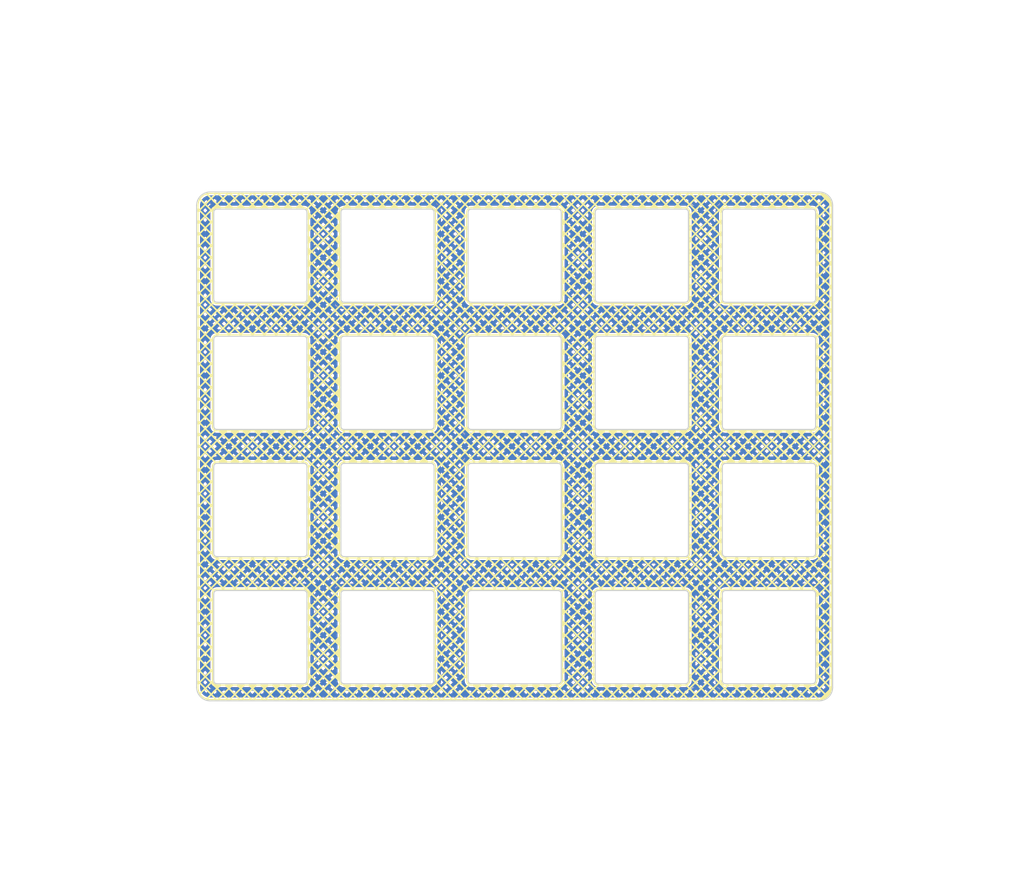
<source format=kicad_pcb>
(kicad_pcb (version 20241229) (generator "pcbnew") (generator_version "9.0")
  (layers (0 "F.Cu" signal) (2 "B.Cu" signal) (13 "F.Paste" user) (15 "B.Paste" user) (5 "F.SilkS" user "F.Silkscreen") (7 "B.SilkS" user "B.Silkscreen") (1 "F.Mask" user) (3 "B.Mask" user) (25 "Edge.Cuts" user))
  (net 0 "")
  (gr_arc (start 105.155 92.125) (mid 105.008553 92.478553) (end 104.655 92.625) (stroke (width 0.2)) (layer "Edge.Cuts"))
  (gr_line (start 91.155 60.075) (end 91.155 73.075) (stroke (width 0.2)) (layer "Edge.Cuts"))
  (gr_line (start 110.705 92.625) (end 123.705 92.625) (stroke (width 0.2)) (layer "Edge.Cuts"))
  (gr_arc (start 105.155 111.175) (mid 105.008553 111.528553) (end 104.655 111.675) (stroke (width 0.2)) (layer "Edge.Cuts"))
  (gr_arc (start 72.605 111.675) (mid 72.251447 111.528553) (end 72.105 111.175) (stroke (width 0.2)) (layer "Edge.Cuts"))
  (gr_arc (start 110.205 41.025) (mid 110.351447 40.671447) (end 110.705 40.525) (stroke (width 0.2)) (layer "Edge.Cuts"))
  (gr_arc (start 129.755 54.525) (mid 129.401447 54.378553) (end 129.255 54.025) (stroke (width 0.2)) (layer "Edge.Cuts"))
  (gr_arc (start 162.305 111.175) (mid 162.158553 111.528553) (end 161.805 111.675) (stroke (width 0.2)) (layer "Edge.Cuts"))
  (gr_line (start 86.105 60.075) (end 86.105 73.075) (stroke (width 0.2)) (layer "Edge.Cuts"))
  (gr_arc (start 124.205 73.075) (mid 124.058553 73.428553) (end 123.705 73.575) (stroke (width 0.2)) (layer "Edge.Cuts"))
  (gr_arc (start 161.805 59.575) (mid 162.158553 59.721447) (end 162.305 60.075) (stroke (width 0.2)) (layer "Edge.Cuts"))
  (gr_line (start 91.655 54.525) (end 104.655 54.525) (stroke (width 0.2)) (layer "Edge.Cuts"))
  (gr_arc (start 110.205 60.075) (mid 110.351447 59.721447) (end 110.705 59.575) (stroke (width 0.2)) (layer "Edge.Cuts"))
  (gr_arc (start 104.655 97.675) (mid 105.008553 97.821447) (end 105.155 98.175) (stroke (width 0.2)) (layer "Edge.Cuts"))
  (gr_line (start 148.805 111.675) (end 161.805 111.675) (stroke (width 0.2)) (layer "Edge.Cuts"))
  (gr_line (start 91.155 79.125) (end 91.155 92.125) (stroke (width 0.2)) (layer "Edge.Cuts"))
  (gr_arc (start 91.655 111.675) (mid 91.301447 111.528553) (end 91.155 111.175) (stroke (width 0.2)) (layer "Edge.Cuts"))
  (gr_arc (start 148.805 54.525) (mid 148.451447 54.378553) (end 148.305 54.025) (stroke (width 0.2)) (layer "Edge.Cuts"))
  (gr_arc (start 143.255 111.175) (mid 143.108553 111.528553) (end 142.755 111.675) (stroke (width 0.2)) (layer "Edge.Cuts"))
  (gr_arc (start 110.205 98.175) (mid 110.351447 97.821447) (end 110.705 97.675) (stroke (width 0.2)) (layer "Edge.Cuts"))
  (gr_line (start 72.105 60.075) (end 72.105 73.075) (stroke (width 0.2)) (layer "Edge.Cuts"))
  (gr_line (start 72.605 40.525) (end 85.605 40.525) (stroke (width 0.2)) (layer "Edge.Cuts"))
  (gr_arc (start 129.255 60.075) (mid 129.401447 59.721447) (end 129.755 59.575) (stroke (width 0.2)) (layer "Edge.Cuts"))
  (gr_arc (start 71.58 114.2) (mid 70.165786 113.614214) (end 69.58 112.2) (stroke (width 0.2)) (layer "Edge.Cuts"))
  (gr_line (start 129.755 92.625) (end 142.755 92.625) (stroke (width 0.2)) (layer "Edge.Cuts"))
  (gr_arc (start 143.255 73.075) (mid 143.108553 73.428553) (end 142.755 73.575) (stroke (width 0.2)) (layer "Edge.Cuts"))
  (gr_line (start 72.605 54.525) (end 85.605 54.525) (stroke (width 0.2)) (layer "Edge.Cuts"))
  (gr_arc (start 162.305 54.025) (mid 162.158553 54.378553) (end 161.805 54.525) (stroke (width 0.2)) (layer "Edge.Cuts"))
  (gr_line (start 110.205 60.075) (end 110.205 73.075) (stroke (width 0.2)) (layer "Edge.Cuts"))
  (gr_arc (start 124.205 111.175) (mid 124.058553 111.528553) (end 123.705 111.675) (stroke (width 0.2)) (layer "Edge.Cuts"))
  (gr_line (start 86.105 79.125) (end 86.105 92.125) (stroke (width 0.2)) (layer "Edge.Cuts"))
  (gr_line (start 162.305 98.175) (end 162.305 111.175) (stroke (width 0.2)) (layer "Edge.Cuts"))
  (gr_arc (start 91.655 54.525) (mid 91.301447 54.378553) (end 91.155 54.025) (stroke (width 0.2)) (layer "Edge.Cuts"))
  (gr_arc (start 161.805 78.625) (mid 162.158553 78.771447) (end 162.305 79.125) (stroke (width 0.2)) (layer "Edge.Cuts"))
  (gr_arc (start 123.705 40.525) (mid 124.058553 40.671447) (end 124.205 41.025) (stroke (width 0.2)) (layer "Edge.Cuts"))
  (gr_arc (start 110.705 92.625) (mid 110.351447 92.478553) (end 110.205 92.125) (stroke (width 0.2)) (layer "Edge.Cuts"))
  (gr_line (start 110.705 54.525) (end 123.705 54.525) (stroke (width 0.2)) (layer "Edge.Cuts"))
  (gr_arc (start 104.655 40.525) (mid 105.008553 40.671447) (end 105.155 41.025) (stroke (width 0.2)) (layer "Edge.Cuts"))
  (gr_arc (start 129.755 73.575) (mid 129.401447 73.428553) (end 129.255 73.075) (stroke (width 0.2)) (layer "Edge.Cuts"))
  (gr_line (start 129.255 98.175) (end 129.255 111.175) (stroke (width 0.2)) (layer "Edge.Cuts"))
  (gr_arc (start 86.105 111.175) (mid 85.958553 111.528553) (end 85.605 111.675) (stroke (width 0.2)) (layer "Edge.Cuts"))
  (gr_arc (start 129.755 92.625) (mid 129.401447 92.478553) (end 129.255 92.125) (stroke (width 0.2)) (layer "Edge.Cuts"))
  (gr_arc (start 129.255 98.175) (mid 129.401447 97.821447) (end 129.755 97.675) (stroke (width 0.2)) (layer "Edge.Cuts"))
  (gr_arc (start 91.155 41.025) (mid 91.301447 40.671447) (end 91.655 40.525) (stroke (width 0.2)) (layer "Edge.Cuts"))
  (gr_line (start 91.655 92.625) (end 104.655 92.625) (stroke (width 0.2)) (layer "Edge.Cuts"))
  (gr_arc (start 91.155 60.075) (mid 91.301447 59.721447) (end 91.655 59.575) (stroke (width 0.2)) (layer "Edge.Cuts"))
  (gr_arc (start 105.155 54.025) (mid 105.008553 54.378553) (end 104.655 54.525) (stroke (width 0.2)) (layer "Edge.Cuts"))
  (gr_arc (start 72.105 60.075) (mid 72.251447 59.721447) (end 72.605 59.575) (stroke (width 0.2)) (layer "Edge.Cuts"))
  (gr_line (start 91.655 40.525) (end 104.655 40.525) (stroke (width 0.2)) (layer "Edge.Cuts"))
  (gr_arc (start 123.705 97.675) (mid 124.058553 97.821447) (end 124.205 98.175) (stroke (width 0.2)) (layer "Edge.Cuts"))
  (gr_line (start 110.705 111.675) (end 123.705 111.675) (stroke (width 0.2)) (layer "Edge.Cuts"))
  (gr_arc (start 72.105 98.175) (mid 72.251447 97.821447) (end 72.605 97.675) (stroke (width 0.2)) (layer "Edge.Cuts"))
  (gr_line (start 124.205 98.175) (end 124.205 111.175) (stroke (width 0.2)) (layer "Edge.Cuts"))
  (gr_arc (start 148.305 60.075) (mid 148.451447 59.721447) (end 148.805 59.575) (stroke (width 0.2)) (layer "Edge.Cuts"))
  (gr_line (start 162.305 79.125) (end 162.305 92.125) (stroke (width 0.2)) (layer "Edge.Cuts"))
  (gr_arc (start 123.705 59.575) (mid 124.058553 59.721447) (end 124.205 60.075) (stroke (width 0.2)) (layer "Edge.Cuts"))
  (gr_arc (start 72.605 54.525) (mid 72.251447 54.378553) (end 72.105 54.025) (stroke (width 0.2)) (layer "Edge.Cuts"))
  (gr_arc (start 162.305 92.125) (mid 162.158553 92.478553) (end 161.805 92.625) (stroke (width 0.2)) (layer "Edge.Cuts"))
  (gr_line (start 162.305 41.025) (end 162.305 54.025) (stroke (width 0.2)) (layer "Edge.Cuts"))
  (gr_line (start 129.755 78.625) (end 142.755 78.625) (stroke (width 0.2)) (layer "Edge.Cuts"))
  (gr_line (start 148.305 79.125) (end 148.305 92.125) (stroke (width 0.2)) (layer "Edge.Cuts"))
  (gr_line (start 110.705 59.575) (end 123.705 59.575) (stroke (width 0.2)) (layer "Edge.Cuts"))
  (gr_line (start 110.705 78.625) (end 123.705 78.625) (stroke (width 0.2)) (layer "Edge.Cuts"))
  (gr_line (start 110.205 98.175) (end 110.205 111.175) (stroke (width 0.2)) (layer "Edge.Cuts"))
  (gr_arc (start 85.605 97.675) (mid 85.958553 97.821447) (end 86.105 98.175) (stroke (width 0.2)) (layer "Edge.Cuts"))
  (gr_line (start 105.155 60.075) (end 105.155 73.075) (stroke (width 0.2)) (layer "Edge.Cuts"))
  (gr_line (start 91.155 98.175) (end 91.155 111.175) (stroke (width 0.2)) (layer "Edge.Cuts"))
  (gr_line (start 148.805 59.575) (end 161.805 59.575) (stroke (width 0.2)) (layer "Edge.Cuts"))
  (gr_arc (start 161.805 40.525) (mid 162.158553 40.671447) (end 162.305 41.025) (stroke (width 0.2)) (layer "Edge.Cuts"))
  (gr_line (start 148.305 60.075) (end 148.305 73.075) (stroke (width 0.2)) (layer "Edge.Cuts"))
  (gr_arc (start 161.805 97.675) (mid 162.158553 97.821447) (end 162.305 98.175) (stroke (width 0.2)) (layer "Edge.Cuts"))
  (gr_line (start 148.805 73.575) (end 161.805 73.575) (stroke (width 0.2)) (layer "Edge.Cuts"))
  (gr_arc (start 104.655 59.575) (mid 105.008553 59.721447) (end 105.155 60.075) (stroke (width 0.2)) (layer "Edge.Cuts"))
  (gr_line (start 143.255 79.125) (end 143.255 92.125) (stroke (width 0.2)) (layer "Edge.Cuts"))
  (gr_arc (start 129.755 111.675) (mid 129.401447 111.528553) (end 129.255 111.175) (stroke (width 0.2)) (layer "Edge.Cuts"))
  (gr_line (start 86.105 41.025) (end 86.105 54.025) (stroke (width 0.2)) (layer "Edge.Cuts"))
  (gr_line (start 162.83 114.2) (end 71.58 114.2) (stroke (width 0.2)) (layer "Edge.Cuts"))
  (gr_line (start 129.755 40.525) (end 142.755 40.525) (stroke (width 0.2)) (layer "Edge.Cuts"))
  (gr_arc (start 85.605 78.625) (mid 85.958553 78.771447) (end 86.105 79.125) (stroke (width 0.2)) (layer "Edge.Cuts"))
  (gr_arc (start 124.205 92.125) (mid 124.058553 92.478553) (end 123.705 92.625) (stroke (width 0.2)) (layer "Edge.Cuts"))
  (gr_arc (start 72.105 41.025) (mid 72.251447 40.671447) (end 72.605 40.525) (stroke (width 0.2)) (layer "Edge.Cuts"))
  (gr_line (start 143.255 41.025) (end 143.255 54.025) (stroke (width 0.2)) (layer "Edge.Cuts"))
  (gr_line (start 143.255 98.175) (end 143.255 111.175) (stroke (width 0.2)) (layer "Edge.Cuts"))
  (gr_arc (start 162.83 38) (mid 164.244214 38.585786) (end 164.83 40) (stroke (width 0.2)) (layer "Edge.Cuts"))
  (gr_line (start 124.205 79.125) (end 124.205 92.125) (stroke (width 0.2)) (layer "Edge.Cuts"))
  (gr_line (start 148.805 92.625) (end 161.805 92.625) (stroke (width 0.2)) (layer "Edge.Cuts"))
  (gr_arc (start 72.105 79.125) (mid 72.251447 78.771447) (end 72.605 78.625) (stroke (width 0.2)) (layer "Edge.Cuts"))
  (gr_line (start 86.105 98.175) (end 86.105 111.175) (stroke (width 0.2)) (layer "Edge.Cuts"))
  (gr_line (start 72.105 79.125) (end 72.105 92.125) (stroke (width 0.2)) (layer "Edge.Cuts"))
  (gr_line (start 124.205 41.025) (end 124.205 54.025) (stroke (width 0.2)) (layer "Edge.Cuts"))
  (gr_arc (start 148.305 79.125) (mid 148.451447 78.771447) (end 148.805 78.625) (stroke (width 0.2)) (layer "Edge.Cuts"))
  (gr_arc (start 143.255 92.125) (mid 143.108553 92.478553) (end 142.755 92.625) (stroke (width 0.2)) (layer "Edge.Cuts"))
  (gr_line (start 110.205 41.025) (end 110.205 54.025) (stroke (width 0.2)) (layer "Edge.Cuts"))
  (gr_line (start 110.705 97.675) (end 123.705 97.675) (stroke (width 0.2)) (layer "Edge.Cuts"))
  (gr_arc (start 105.155 73.075) (mid 105.008553 73.428553) (end 104.655 73.575) (stroke (width 0.2)) (layer "Edge.Cuts"))
  (gr_line (start 91.655 97.675) (end 104.655 97.675) (stroke (width 0.2)) (layer "Edge.Cuts"))
  (gr_arc (start 86.105 73.075) (mid 85.958553 73.428553) (end 85.605 73.575) (stroke (width 0.2)) (layer "Edge.Cuts"))
  (gr_arc (start 124.205 54.025) (mid 124.058553 54.378553) (end 123.705 54.525) (stroke (width 0.2)) (layer "Edge.Cuts"))
  (gr_line (start 110.205 79.125) (end 110.205 92.125) (stroke (width 0.2)) (layer "Edge.Cuts"))
  (gr_arc (start 91.155 98.175) (mid 91.301447 97.821447) (end 91.655 97.675) (stroke (width 0.2)) (layer "Edge.Cuts"))
  (gr_arc (start 142.755 97.675) (mid 143.108553 97.821447) (end 143.255 98.175) (stroke (width 0.2)) (layer "Edge.Cuts"))
  (gr_arc (start 110.705 73.575) (mid 110.351447 73.428553) (end 110.205 73.075) (stroke (width 0.2)) (layer "Edge.Cuts"))
  (gr_line (start 105.155 41.025) (end 105.155 54.025) (stroke (width 0.2)) (layer "Edge.Cuts"))
  (gr_line (start 72.605 92.625) (end 85.605 92.625) (stroke (width 0.2)) (layer "Edge.Cuts"))
  (gr_line (start 72.605 73.575) (end 85.605 73.575) (stroke (width 0.2)) (layer "Edge.Cuts"))
  (gr_line (start 72.605 111.675) (end 85.605 111.675) (stroke (width 0.2)) (layer "Edge.Cuts"))
  (gr_arc (start 148.305 41.025) (mid 148.451447 40.671447) (end 148.805 40.525) (stroke (width 0.2)) (layer "Edge.Cuts"))
  (gr_line (start 148.305 41.025) (end 148.305 54.025) (stroke (width 0.2)) (layer "Edge.Cuts"))
  (gr_arc (start 85.605 40.525) (mid 85.958553 40.671447) (end 86.105 41.025) (stroke (width 0.2)) (layer "Edge.Cuts"))
  (gr_line (start 72.105 41.025) (end 72.105 54.025) (stroke (width 0.2)) (layer "Edge.Cuts"))
  (gr_line (start 148.305 98.175) (end 148.305 111.175) (stroke (width 0.2)) (layer "Edge.Cuts"))
  (gr_line (start 71.58 38) (end 162.83 38) (stroke (width 0.2)) (layer "Edge.Cuts"))
  (gr_line (start 148.805 78.625) (end 161.805 78.625) (stroke (width 0.2)) (layer "Edge.Cuts"))
  (gr_arc (start 85.605 59.575) (mid 85.958553 59.721447) (end 86.105 60.075) (stroke (width 0.2)) (layer "Edge.Cuts"))
  (gr_line (start 91.655 111.675) (end 104.655 111.675) (stroke (width 0.2)) (layer "Edge.Cuts"))
  (gr_arc (start 143.255 54.025) (mid 143.108553 54.378553) (end 142.755 54.525) (stroke (width 0.2)) (layer "Edge.Cuts"))
  (gr_line (start 162.305 60.075) (end 162.305 73.075) (stroke (width 0.2)) (layer "Edge.Cuts"))
  (gr_arc (start 91.655 73.575) (mid 91.301447 73.428553) (end 91.155 73.075) (stroke (width 0.2)) (layer "Edge.Cuts"))
  (gr_arc (start 142.755 78.625) (mid 143.108553 78.771447) (end 143.255 79.125) (stroke (width 0.2)) (layer "Edge.Cuts"))
  (gr_line (start 110.705 40.525) (end 123.705 40.525) (stroke (width 0.2)) (layer "Edge.Cuts"))
  (gr_arc (start 129.255 41.025) (mid 129.401447 40.671447) (end 129.755 40.525) (stroke (width 0.2)) (layer "Edge.Cuts"))
  (gr_arc (start 72.605 73.575) (mid 72.251447 73.428553) (end 72.105 73.075) (stroke (width 0.2)) (layer "Edge.Cuts"))
  (gr_arc (start 110.205 79.125) (mid 110.351447 78.771447) (end 110.705 78.625) (stroke (width 0.2)) (layer "Edge.Cuts"))
  (gr_arc (start 162.305 73.075) (mid 162.158553 73.428553) (end 161.805 73.575) (stroke (width 0.2)) (layer "Edge.Cuts"))
  (gr_arc (start 110.705 111.675) (mid 110.351447 111.528553) (end 110.205 111.175) (stroke (width 0.2)) (layer "Edge.Cuts"))
  (gr_line (start 72.605 97.675) (end 85.605 97.675) (stroke (width 0.2)) (layer "Edge.Cuts"))
  (gr_line (start 91.655 73.575) (end 104.655 73.575) (stroke (width 0.2)) (layer "Edge.Cuts"))
  (gr_line (start 148.805 40.525) (end 161.805 40.525) (stroke (width 0.2)) (layer "Edge.Cuts"))
  (gr_line (start 129.755 54.525) (end 142.755 54.525) (stroke (width 0.2)) (layer "Edge.Cuts"))
  (gr_line (start 69.58 112.2) (end 69.58 40) (stroke (width 0.2)) (layer "Edge.Cuts"))
  (gr_arc (start 91.155 79.125) (mid 91.301447 78.771447) (end 91.655 78.625) (stroke (width 0.2)) (layer "Edge.Cuts"))
  (gr_arc (start 164.83 112.2) (mid 164.244214 113.614214) (end 162.83 114.2) (stroke (width 0.2)) (layer "Edge.Cuts"))
  (gr_line (start 105.155 98.175) (end 105.155 111.175) (stroke (width 0.2)) (layer "Edge.Cuts"))
  (gr_arc (start 86.105 54.025) (mid 85.958553 54.378553) (end 85.605 54.525) (stroke (width 0.2)) (layer "Edge.Cuts"))
  (gr_arc (start 86.105 92.125) (mid 85.958553 92.478553) (end 85.605 92.625) (stroke (width 0.2)) (layer "Edge.Cuts"))
  (gr_arc (start 72.605 92.625) (mid 72.251447 92.478553) (end 72.105 92.125) (stroke (width 0.2)) (layer "Edge.Cuts"))
  (gr_arc (start 104.655 78.625) (mid 105.008553 78.771447) (end 105.155 79.125) (stroke (width 0.2)) (layer "Edge.Cuts"))
  (gr_line (start 143.255 60.075) (end 143.255 73.075) (stroke (width 0.2)) (layer "Edge.Cuts"))
  (gr_line (start 105.155 79.125) (end 105.155 92.125) (stroke (width 0.2)) (layer "Edge.Cuts"))
  (gr_line (start 72.605 59.575) (end 85.605 59.575) (stroke (width 0.2)) (layer "Edge.Cuts"))
  (gr_line (start 124.205 60.075) (end 124.205 73.075) (stroke (width 0.2)) (layer "Edge.Cuts"))
  (gr_line (start 129.755 97.675) (end 142.755 97.675) (stroke (width 0.2)) (layer "Edge.Cuts"))
  (gr_line (start 129.255 41.025) (end 129.255 54.025) (stroke (width 0.2)) (layer "Edge.Cuts"))
  (gr_line (start 129.255 79.125) (end 129.255 92.125) (stroke (width 0.2)) (layer "Edge.Cuts"))
  (gr_line (start 164.83 40) (end 164.83 112.2) (stroke (width 0.2)) (layer "Edge.Cuts"))
  (gr_line (start 72.605 78.625) (end 85.605 78.625) (stroke (width 0.2)) (layer "Edge.Cuts"))
  (gr_line (start 110.705 73.575) (end 123.705 73.575) (stroke (width 0.2)) (layer "Edge.Cuts"))
  (gr_arc (start 142.755 40.525) (mid 143.108553 40.671447) (end 143.255 41.025) (stroke (width 0.2)) (layer "Edge.Cuts"))
  (gr_arc (start 148.805 111.675) (mid 148.451447 111.528553) (end 148.305 111.175) (stroke (width 0.2)) (layer "Edge.Cuts"))
  (gr_arc (start 142.755 59.575) (mid 143.108553 59.721447) (end 143.255 60.075) (stroke (width 0.2)) (layer "Edge.Cuts"))
  (gr_line (start 72.105 98.175) (end 72.105 111.175) (stroke (width 0.2)) (layer "Edge.Cuts"))
  (gr_line (start 129.755 59.575) (end 142.755 59.575) (stroke (width 0.2)) (layer "Edge.Cuts"))
  (gr_arc (start 148.305 98.175) (mid 148.451447 97.821447) (end 148.805 97.675) (stroke (width 0.2)) (layer "Edge.Cuts"))
  (gr_arc (start 110.705 54.525) (mid 110.351447 54.378553) (end 110.205 54.025) (stroke (width 0.2)) (layer "Edge.Cuts"))
  (gr_arc (start 69.58 40) (mid 70.165786 38.585786) (end 71.58 38) (stroke (width 0.2)) (layer "Edge.Cuts"))
  (gr_line (start 129.255 60.075) (end 129.255 73.075) (stroke (width 0.2)) (layer "Edge.Cuts"))
  (gr_arc (start 123.705 78.625) (mid 124.058553 78.771447) (end 124.205 79.125) (stroke (width 0.2)) (layer "Edge.Cuts"))
  (gr_arc (start 148.805 73.575) (mid 148.451447 73.428553) (end 148.305 73.075) (stroke (width 0.2)) (layer "Edge.Cuts"))
  (gr_line (start 129.755 111.675) (end 142.755 111.675) (stroke (width 0.2)) (layer "Edge.Cuts"))
  (gr_arc (start 148.805 92.625) (mid 148.451447 92.478553) (end 148.305 92.125) (stroke (width 0.2)) (layer "Edge.Cuts"))
  (gr_line (start 148.805 97.675) (end 161.805 97.675) (stroke (width 0.2)) (layer "Edge.Cuts"))
  (gr_arc (start 91.655 92.625) (mid 91.301447 92.478553) (end 91.155 92.125) (stroke (width 0.2)) (layer "Edge.Cuts"))
  (gr_arc (start 129.255 79.125) (mid 129.401447 78.771447) (end 129.755 78.625) (stroke (width 0.2)) (layer "Edge.Cuts"))
  (gr_line (start 91.655 59.575) (end 104.655 59.575) (stroke (width 0.2)) (layer "Edge.Cuts"))
  (gr_line (start 129.755 73.575) (end 142.755 73.575) (stroke (width 0.2)) (layer "Edge.Cuts"))
  (gr_line (start 91.155 41.025) (end 91.155 54.025) (stroke (width 0.2)) (layer "Edge.Cuts"))
  (gr_line (start 148.805 54.525) (end 161.805 54.525) (stroke (width 0.2)) (layer "Edge.Cuts"))
  (gr_line (start 91.655 78.625) (end 104.655 78.625) (stroke (width 0.2)) (layer "Edge.Cuts"))
  (zone (net 0) (net_name "") (layers "F.Cu" "B.Cu") (connect_pads (clearance 0.5)) (min_thickness 0.25) (fill yes (mode hatch) (thermal_gap 0.5) (thermal_bridge_width 0.5) (island_removal_mode 1) (island_area_min 10) (hatch_thickness 0.5) (hatch_gap 0.5) (hatch_orientation 45) (hatch_border_algorithm hatch_thickness) (hatch_min_hole_area 0.3))
    (polygon (pts (xy 180.42 127.95) (xy 180.76 22.64) (xy 55.6 22.64) (xy 54.92 129.97)))
  )
  (zone (net 0) (net_name "") (layer "F.SilkS") (connect_pads (clearance 0.5)) (min_thickness 0.25) (fill yes (mode hatch) (thermal_gap 0.5) (thermal_bridge_width 0.5) (hatch_thickness 0.25) (hatch_gap 1) (hatch_orientation 45) (hatch_border_algorithm hatch_thickness) (hatch_min_hole_area 0.3))
    (polygon (pts (xy 193.53 139.94) (xy 189.49 10.74) (xy 41.62 9.22) (xy 40.1 140.44)))
  )
)
</source>
